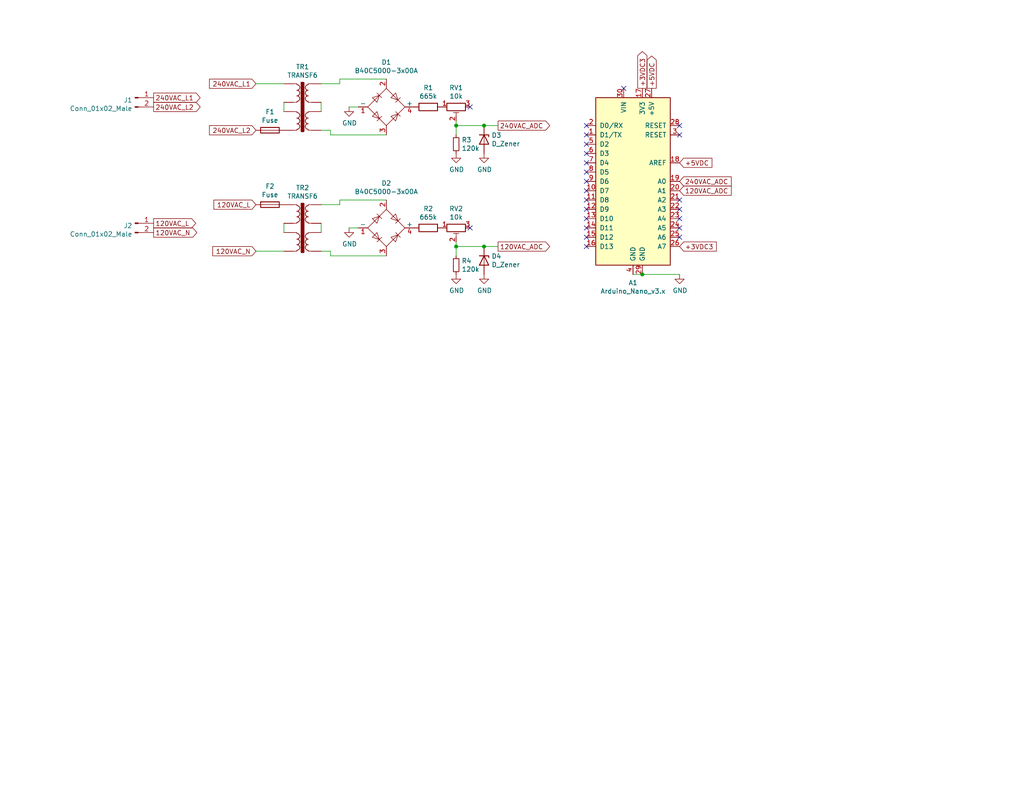
<source format=kicad_sch>
(kicad_sch (version 20231120) (generator "eeschema") (generator_version "8.0")
  (paper "USLetter")
  (title_block (title "Voltage Monitor") (date "2023-01-16") (rev "3.1") (company "Long Wavelength Array"))
  (lib_symbols
    (symbol "Device:D_Zener" (pin_numbers hide) (pin_names (offset 1.016) hide)
      (property "Reference" "D" (at 0 2.54 0))
      (property "Value" "D_Zener" (at 0 -2.54 0))
      (symbol "D_Zener_0_1"
        (polyline (pts (xy 1.27 0) (xy -1.27 0)))
        (polyline (pts (xy -1.27 -1.27) (xy -1.27 1.27) (xy -0.762 1.27)) (stroke (width 0.254)))
        (polyline (pts (xy 1.27 -1.27) (xy 1.27 1.27) (xy -1.27 0) (xy 1.27 -1.27)) (stroke (width 0.254)))
      )
      (symbol "D_Zener_1_1"
        (pin passive line (at -3.81 0 0) (length 2.54) (name "K") (number "1"))
        (pin passive line (at 3.81 0 180) (length 2.54) (name "A") (number "2"))
      )
    )
    (symbol "Device:Fuse" (pin_numbers hide) (pin_names (offset 0))
      (property "Reference" "F" (at 2.032 0 90))
      (property "Value" "Fuse" (at -1.905 0 90))
      (symbol "Fuse_0_1"
        (rectangle (start -0.762 -2.54) (end 0.762 2.54) (stroke (width 0.254)))
        (polyline (pts (xy 0 2.54) (xy 0 -2.54)))
      )
      (symbol "Fuse_1_1"
        (pin passive line (at 0 3.81 270) (length 1.27) (name "~") (number "1"))
        (pin passive line (at 0 -3.81 90) (length 1.27) (name "~") (number "2"))
      )
    )
    (symbol "Device:R" (pin_numbers hide) (pin_names (offset 0))
      (property "Reference" "R" (at 2.032 0 90))
      (property "Value" "R" (at 0 0 90))
      (symbol "R_0_1"
        (rectangle (start -1.016 -2.54) (end 1.016 2.54) (stroke (width 0.254)))
      )
      (symbol "R_1_1"
        (pin passive line (at 0 3.81 270) (length 1.27) (name "~") (number "1"))
        (pin passive line (at 0 -3.81 90) (length 1.27) (name "~") (number "2"))
      )
    )
    (symbol "Device:R_Small" (pin_numbers hide) (pin_names (offset 0.254) hide)
      (property "Reference" "R" (at 0.762 0.508 0))
      (property "Value" "R_Small" (at 0.762 -1.016 0))
      (symbol "R_Small_0_1"
        (rectangle (start -0.762 1.778) (end 0.762 -1.778) (stroke (width 0.2032)))
      )
      (symbol "R_Small_1_1"
        (pin passive line (at 0 2.54 270) (length 0.762) (name "~") (number "1"))
        (pin passive line (at 0 -2.54 90) (length 0.762) (name "~") (number "2"))
      )
    )
    (symbol "Diode_Bridge:B40C5000-3x00A" (pin_names (offset 0))
      (property "Reference" "D" (at 2.54 6.985 0))
      (property "Value" "B40C5000-3x00A" (at 2.54 5.08 0))
      (symbol "B40C5000-3x00A_0_1"
        (polyline (pts (xy -2.54 3.81) (xy -1.27 2.54)))
        (polyline (pts (xy -1.27 -2.54) (xy -2.54 -3.81)))
        (polyline (pts (xy 2.54 -1.27) (xy 3.81 -2.54)))
        (polyline (pts (xy 2.54 1.27) (xy 3.81 2.54)))
        (polyline (pts (xy -3.81 2.54) (xy -2.54 1.27) (xy -1.905 3.175) (xy -3.81 2.54)))
        (polyline (pts (xy -2.54 -1.27) (xy -3.81 -2.54) (xy -1.905 -3.175) (xy -2.54 -1.27)))
        (polyline (pts (xy 1.27 2.54) (xy 2.54 3.81) (xy 3.175 1.905) (xy 1.27 2.54)))
        (polyline (pts (xy 3.175 -1.905) (xy 1.27 -2.54) (xy 2.54 -3.81) (xy 3.175 -1.905)))
        (polyline (pts (xy -5.08 0) (xy 0 -5.08) (xy 5.08 0) (xy 0 5.08) (xy -5.08 0)))
      )
      (symbol "B40C5000-3x00A_1_1"
        (pin passive line (at -7.62 0 0) (length 2.54) (name "-") (number "1"))
        (pin passive line (at 0 7.62 270) (length 2.54) (name "~") (number "2"))
        (pin passive line (at 0 -7.62 90) (length 2.54) (name "~") (number "3"))
        (pin passive line (at 7.62 0 180) (length 2.54) (name "+") (number "4"))
      )
    )
    (symbol "Transformer:TRANSF6" (pin_numbers hide) (pin_names (offset 0))
      (property "Reference" "TR" (at 0 10.16 0))
      (property "Value" "TRANSF6" (at 0 -7.62 0))
      (symbol "TRANSF6_0_1"
        (arc (start -1.524 -4.826) (mid -0.7653 -4.064) (end -1.524 -3.302) (stroke (width 0.2032)))
        (arc (start -1.524 -3.302) (mid -0.7653 -2.54) (end -1.524 -1.778) (stroke (width 0.2032)))
        (arc (start -1.524 -1.778) (mid -0.7653 -1.016) (end -1.524 -0.254) (stroke (width 0.2032)))
        (arc (start -1.524 2.794) (mid -0.7653 3.556) (end -1.524 4.318) (stroke (width 0.2032)))
        (arc (start -1.524 4.318) (mid -0.7653 5.08) (end -1.524 5.842) (stroke (width 0.2032)))
        (arc (start -1.524 5.842) (mid -0.7653 6.604) (end -1.524 7.366) (stroke (width 0.2032)))
        (rectangle (start -0.254 7.874) (end 0.254 -5.334) (stroke (width 0.508)) (fill (type outline)))
        (polyline (pts (xy 1.524 -4.826) (xy 1.524 -5.08) (xy 1.524 -5.08)) (fill (type outline)))
        (polyline (pts (xy 1.524 0) (xy 1.524 -0.254) (xy 1.524 -0.254)) (fill (type outline)))
        (polyline (pts (xy 1.524 0) (xy 2.54 0) (xy 2.54 0)))
        (polyline (pts (xy 1.524 2.54) (xy 1.524 2.794) (xy 1.524 2.794)) (fill (type outline)))
        (polyline (pts (xy 1.524 2.54) (xy 2.54 2.54) (xy 2.54 2.54)))
        (polyline (pts (xy 1.524 7.62) (xy 1.524 7.366) (xy 1.524 7.366)) (fill (type outline)))
        (polyline (pts (xy 1.524 7.62) (xy 2.54 7.62) (xy 2.54 7.62)))
        (polyline (pts (xy 2.54 -5.08) (xy 1.524 -5.08) (xy 1.524 -5.08)))
        (polyline (pts (xy -1.524 -4.826) (xy -1.524 -5.08) (xy -2.54 -5.08) (xy -2.54 -5.08)))
        (polyline (pts (xy -1.524 -0.254) (xy -1.524 0) (xy -2.54 0) (xy -2.54 0)))
        (polyline (pts (xy -1.524 2.794) (xy -1.524 2.54) (xy -2.54 2.54) (xy -2.54 2.54)))
        (polyline (pts (xy -1.524 7.366) (xy -1.524 7.62) (xy -2.54 7.62) (xy -2.54 7.62)))
        (arc (start 1.524 -3.302) (mid 0.7653 -4.064) (end 1.524 -4.826) (stroke (width 0.2032)))
        (arc (start 1.524 -1.778) (mid 0.7653 -2.54) (end 1.524 -3.302) (stroke (width 0.2032)))
        (arc (start 1.524 -0.254) (mid 0.7653 -1.016) (end 1.524 -1.778) (stroke (width 0.2032)))
        (arc (start 1.524 4.318) (mid 0.7653 3.556) (end 1.524 2.794) (stroke (width 0.2032)))
        (arc (start 1.524 5.842) (mid 0.7653 5.08) (end 1.524 4.318) (stroke (width 0.2032)))
        (arc (start 1.524 7.366) (mid 0.7653 6.604) (end 1.524 5.842) (stroke (width 0.2032)))
      )
      (symbol "TRANSF6_1_1"
        (pin passive line (at -5.08 7.62 0) (length 2.54) (name "~") (number "1"))
        (pin passive line (at -5.08 2.54 0) (length 2.54) (name "~") (number "2"))
        (pin passive line (at -5.08 0 0) (length 2.54) (name "~") (number "3"))
        (pin passive line (at -5.08 -5.08 0) (length 2.54) (name "~") (number "4"))
        (pin passive line (at 5.08 -5.08 180) (length 2.54) (name "~") (number "5"))
        (pin passive line (at 5.08 0 180) (length 2.54) (name "~") (number "6"))
        (pin passive line (at 5.08 2.54 180) (length 2.54) (name "~") (number "7"))
        (pin passive line (at 5.08 7.62 180) (length 2.54) (name "~") (number "8"))
      )
    )
    (symbol "VoltageMeter-rescue:Arduino_Nano_v3.x-MCU_Module" (pin_names (offset 1.016))
      (property "Reference" "A" (at -5.08 26.035 0))
      (property "Value" "Arduino_Nano_v3.x-MCU_Module" (at -5.08 24.13 0))
      (symbol "Arduino_Nano_v3.x-MCU_Module_0_1"
        (rectangle (start -10.16 22.86) (end 10.16 -22.86) (stroke (width 0.254)) (fill (type background)))
      )
      (symbol "Arduino_Nano_v3.x-MCU_Module_1_1"
        (pin bidirectional line (at -12.7 12.7 0) (length 2.54) (name "D1/TX") (number "1"))
        (pin bidirectional line (at -12.7 -2.54 0) (length 2.54) (name "D7") (number "10"))
        (pin bidirectional line (at -12.7 -5.08 0) (length 2.54) (name "D8") (number "11"))
        (pin bidirectional line (at -12.7 -7.62 0) (length 2.54) (name "D9") (number "12"))
        (pin bidirectional line (at -12.7 -10.16 0) (length 2.54) (name "D10") (number "13"))
        (pin bidirectional line (at -12.7 -12.7 0) (length 2.54) (name "D11") (number "14"))
        (pin bidirectional line (at -12.7 -15.24 0) (length 2.54) (name "D12") (number "15"))
        (pin bidirectional line (at -12.7 -17.78 0) (length 2.54) (name "D13") (number "16"))
        (pin power_out line (at 2.54 25.4 270) (length 2.54) (name "3V3") (number "17"))
        (pin input line (at 12.7 5.08 180) (length 2.54) (name "AREF") (number "18"))
        (pin bidirectional line (at 12.7 0 180) (length 2.54) (name "A0") (number "19"))
        (pin bidirectional line (at -12.7 15.24 0) (length 2.54) (name "D0/RX") (number "2"))
        (pin bidirectional line (at 12.7 -2.54 180) (length 2.54) (name "A1") (number "20"))
        (pin bidirectional line (at 12.7 -5.08 180) (length 2.54) (name "A2") (number "21"))
        (pin bidirectional line (at 12.7 -7.62 180) (length 2.54) (name "A3") (number "22"))
        (pin bidirectional line (at 12.7 -10.16 180) (length 2.54) (name "A4") (number "23"))
        (pin bidirectional line (at 12.7 -12.7 180) (length 2.54) (name "A5") (number "24"))
        (pin bidirectional line (at 12.7 -15.24 180) (length 2.54) (name "A6") (number "25"))
        (pin bidirectional line (at 12.7 -17.78 180) (length 2.54) (name "A7") (number "26"))
        (pin power_out line (at 5.08 25.4 270) (length 2.54) (name "+5V") (number "27"))
        (pin input line (at 12.7 15.24 180) (length 2.54) (name "RESET") (number "28"))
        (pin power_in line (at 2.54 -25.4 90) (length 2.54) (name "GND") (number "29"))
        (pin input line (at 12.7 12.7 180) (length 2.54) (name "RESET") (number "3"))
        (pin power_in line (at -2.54 25.4 270) (length 2.54) (name "VIN") (number "30"))
        (pin power_in line (at 0 -25.4 90) (length 2.54) (name "GND") (number "4"))
        (pin bidirectional line (at -12.7 10.16 0) (length 2.54) (name "D2") (number "5"))
        (pin bidirectional line (at -12.7 7.62 0) (length 2.54) (name "D3") (number "6"))
        (pin bidirectional line (at -12.7 5.08 0) (length 2.54) (name "D4") (number "7"))
        (pin bidirectional line (at -12.7 2.54 0) (length 2.54) (name "D5") (number "8"))
        (pin bidirectional line (at -12.7 0 0) (length 2.54) (name "D6") (number "9"))
      )
    )
    (symbol "VoltageMeter-rescue:Conn_01x02_Male-Connector" (pin_names (offset 1.016) hide)
      (property "Reference" "J" (at 0 2.54 0))
      (property "Value" "Connector_Conn_01x02_Male" (at 0 -5.08 0))
      (symbol "Conn_01x02_Male-Connector_1_1"
        (polyline (pts (xy 1.27 -2.54) (xy 0.8636 -2.54)) (stroke (width 0.1524)))
        (polyline (pts (xy 1.27 0) (xy 0.8636 0)) (stroke (width 0.1524)))
        (rectangle (start 0.8636 -2.413) (end 0 -2.667) (stroke (width 0.1524)) (fill (type outline)))
        (rectangle (start 0.8636 0.127) (end 0 -0.127) (stroke (width 0.1524)) (fill (type outline)))
        (pin passive line (at 5.08 0 180) (length 3.81) (name "Pin_1") (number "1"))
        (pin passive line (at 5.08 -2.54 180) (length 3.81) (name "Pin_2") (number "2"))
      )
    )
    (symbol "VoltageMeter-rescue:GND-power" (power) (pin_names (offset 0))
      (property "Value" "power_GND" (at 0 -3.81 0))
      (symbol "GND-power_0_1"
        (polyline (pts (xy 0 0) (xy 0 -1.27) (xy 1.27 -1.27) (xy 0 -2.54) (xy -1.27 -1.27) (xy 0 -1.27)))
      )
      (symbol "GND-power_1_1"
        (pin power_in line (at 0 0 270) (length 0) hide (name "GND") (number "1"))
      )
    )
    (symbol "VoltageMeter-rescue:R_POT_TRIM-Device" (pin_names (offset 1.016) hide)
      (property "Reference" "RV" (at -4.445 0 90))
      (property "Value" "Device_R_POT_TRIM" (at -2.54 0 90))
      (symbol "R_POT_TRIM-Device_0_1"
        (polyline (pts (xy 1.524 0.762) (xy 1.524 -0.762)))
        (polyline (pts (xy 2.54 0) (xy 1.524 0)))
        (rectangle (start 1.016 2.54) (end -1.016 -2.54) (stroke (width 0.254)))
      )
      (symbol "R_POT_TRIM-Device_1_1"
        (pin passive line (at 0 3.81 270) (length 1.27) (name "1") (number "1"))
        (pin passive line (at 3.81 0 180) (length 1.27) (name "2") (number "2"))
        (pin passive line (at 0 -3.81 90) (length 1.27) (name "3") (number "3"))
      )
    )
  )
  (junction (at 175.26 74.93))
  (junction (at 132.08 34.29))
  (junction (at 124.46 34.29))
  (junction (at 124.46 67.31))
  (junction (at 132.08 67.31))
  (no_connect (at 160.02 44.45))
  (no_connect (at 185.42 62.23))
  (no_connect (at 128.27 62.23))
  (no_connect (at 185.42 57.15))
  (no_connect (at 185.42 59.69))
  (no_connect (at 160.02 54.61))
  (no_connect (at 170.18 24.13))
  (no_connect (at 160.02 46.99))
  (no_connect (at 160.02 49.53))
  (no_connect (at 160.02 39.37))
  (no_connect (at 160.02 59.69))
  (no_connect (at 128.27 29.21))
  (no_connect (at 160.02 52.07))
  (no_connect (at 185.42 64.77))
  (no_connect (at 160.02 36.83))
  (no_connect (at 160.02 62.23))
  (no_connect (at 185.42 54.61))
  (no_connect (at 160.02 64.77))
  (no_connect (at 160.02 67.31))
  (no_connect (at 185.42 34.29))
  (no_connect (at 160.02 57.15))
  (no_connect (at 160.02 34.29))
  (no_connect (at 160.02 41.91))
  (no_connect (at 185.42 36.83))
  (wire (pts (xy 132.08 67.31) (xy 135.89 67.31)))
  (wire (pts (xy 92.71 54.61) (xy 105.41 54.61)))
  (wire (pts (xy 124.46 66.04) (xy 124.46 67.31)))
  (wire (pts (xy 90.17 35.56) (xy 87.63 35.56)))
  (wire (pts (xy 90.17 69.85) (xy 105.41 69.85)))
  (wire (pts (xy 90.17 36.83) (xy 105.41 36.83)))
  (wire (pts (xy 124.46 67.31) (xy 124.46 69.85)))
  (wire (pts (xy 92.71 21.59) (xy 105.41 21.59)))
  (wire (pts (xy 124.46 34.29) (xy 124.46 36.83)))
  (wire (pts (xy 87.63 55.88) (xy 92.71 55.88)))
  (wire (pts (xy 92.71 22.86) (xy 92.71 21.59)))
  (wire (pts (xy 172.72 74.93) (xy 175.26 74.93)))
  (wire (pts (xy 90.17 35.56) (xy 90.17 36.83)))
  (wire (pts (xy 92.71 55.88) (xy 92.71 54.61)))
  (wire (pts (xy 124.46 33.02) (xy 124.46 34.29)))
  (wire (pts (xy 175.26 74.93) (xy 185.42 74.93)))
  (wire (pts (xy 77.47 60.96) (xy 77.47 63.5)))
  (wire (pts (xy 124.46 67.31) (xy 132.08 67.31)))
  (wire (pts (xy 87.63 22.86) (xy 92.71 22.86)))
  (wire (pts (xy 87.63 27.94) (xy 87.63 30.48)))
  (wire (pts (xy 87.63 60.96) (xy 87.63 63.5)))
  (wire (pts (xy 90.17 68.58) (xy 87.63 68.58)))
  (wire (pts (xy 132.08 34.29) (xy 135.89 34.29)))
  (wire (pts (xy 95.25 62.23) (xy 97.79 62.23)))
  (wire (pts (xy 124.46 34.29) (xy 132.08 34.29)))
  (wire (pts (xy 90.17 68.58) (xy 90.17 69.85)))
  (wire (pts (xy 95.25 29.21) (xy 97.79 29.21)))
  (wire (pts (xy 69.85 68.58) (xy 77.47 68.58)))
  (wire (pts (xy 77.47 27.94) (xy 77.47 30.48)))
  (wire (pts (xy 69.85 22.86) (xy 77.47 22.86)))
  (global_label "240VAC_L1" (shape input) (at 69.85 22.86 180) (property "Intersheetrefs" "${INTERSHEET_REFS}" (effects (hide yes))))
  (global_label "120VAC_N" (shape input) (at 69.85 68.58 180) (property "Intersheetrefs" "${INTERSHEET_REFS}" (effects (hide yes))))
  (global_label "120VAC_L" (shape output) (at 41.91 60.96 0) (property "Intersheetrefs" "${INTERSHEET_REFS}" (effects (hide yes))))
  (global_label "120VAC_ADC" (shape input) (at 185.42 52.07 0) (property "Intersheetrefs" "${INTERSHEET_REFS}" (effects (hide yes))))
  (global_label "+3VDC3" (shape input) (at 185.42 67.31 0) (property "Intersheetrefs" "${INTERSHEET_REFS}" (effects (hide yes))))
  (global_label "240VAC_ADC" (shape output) (at 135.89 34.29 0) (property "Intersheetrefs" "${INTERSHEET_REFS}" (effects (hide yes))))
  (global_label "120VAC_N" (shape output) (at 41.91 63.5 0) (property "Intersheetrefs" "${INTERSHEET_REFS}" (effects (hide yes))))
  (global_label "240VAC_ADC" (shape input) (at 185.42 49.53 0) (property "Intersheetrefs" "${INTERSHEET_REFS}" (effects (hide yes))))
  (global_label "+5VDC" (shape output) (at 177.8 24.13 90) (property "Intersheetrefs" "${INTERSHEET_REFS}" (effects (hide yes))))
  (global_label "+5VDC" (shape input) (at 185.42 44.45 0) (property "Intersheetrefs" "${INTERSHEET_REFS}" (effects (hide yes))))
  (global_label "240VAC_L1" (shape output) (at 41.91 26.67 0) (property "Intersheetrefs" "${INTERSHEET_REFS}" (effects (hide yes))))
  (global_label "+3VDC3" (shape output) (at 175.26 24.13 90) (property "Intersheetrefs" "${INTERSHEET_REFS}" (effects (hide yes))))
  (global_label "240VAC_L2" (shape input) (at 69.85 35.56 180) (property "Intersheetrefs" "${INTERSHEET_REFS}" (effects (hide yes))))
  (global_label "240VAC_L2" (shape output) (at 41.91 29.21 0) (property "Intersheetrefs" "${INTERSHEET_REFS}" (effects (hide yes))))
  (global_label "120VAC_ADC" (shape output) (at 135.89 67.31 0) (property "Intersheetrefs" "${INTERSHEET_REFS}" (effects (hide yes))))
  (global_label "120VAC_L" (shape input) (at 69.85 55.88 180) (property "Intersheetrefs" "${INTERSHEET_REFS}" (effects (hide yes))))
  (symbol (lib_id "Transformer:TRANSF6") (at 82.55 30.48 0) (unit 1)
    (property "Reference" "TR1" (at 82.55 18.2372 0))
    (property "Value" "TRANSF6" (at 82.55 20.5486 0))
    (property "Footprint" "VoltageMeter:4900-XXXXRA60" (effects (hide yes)))
    (property "Datasheet" "https://www.mouser.com/ProductDetail/TE-Connectivity-PB/4900-9020RA60?qs=s6DiDDoRpTaIKVSyl3U6TQ%3D%3D" (effects (hide yes)))
    (property "Description" "Power Transformers 115/230 VAC 1.1VA" (effects (hide yes)))
  )
  (symbol (lib_id "Transformer:TRANSF6") (at 82.55 63.5 0) (unit 1)
    (property "Reference" "TR2" (at 82.55 51.2572 0))
    (property "Value" "TRANSF6" (at 82.55 53.5686 0))
    (property "Footprint" "VoltageMeter:4900-XXXXRA60" (effects (hide yes)))
    (property "Datasheet" "https://www.mouser.com/ProductDetail/TE-Connectivity-PB/4900-9020RA60?qs=s6DiDDoRpTaIKVSyl3U6TQ%3D%3D" (effects (hide yes)))
    (property "Description" "Power Transformers 115/230 VAC 1.1VA" (effects (hide yes)))
  )
  (symbol (lib_id "Diode_Bridge:B40C5000-3x00A") (at 105.41 29.21 0) (unit 1)
    (property "Reference" "D1" (at 105.41 16.9926 0))
    (property "Value" "B40C5000-3x00A" (at 105.41 19.304 0))
    (property "Footprint" "Diode_THT:Diode_Bridge_Vishay_GBL" (effects (hide yes)))
    (property "Datasheet" "https://diotec.com/tl_files/diotec/files/pdf/datasheets/b40c500033" (effects (hide yes)))
  )
  (symbol (lib_id "Diode_Bridge:B40C5000-3x00A") (at 105.41 62.23 0) (unit 1)
    (property "Reference" "D2" (at 105.41 50.0126 0))
    (property "Value" "B40C5000-3x00A" (at 105.41 52.324 0))
    (property "Footprint" "Diode_THT:Diode_Bridge_Vishay_GBL" (effects (hide yes)))
    (property "Datasheet" "https://diotec.com/tl_files/diotec/files/pdf/datasheets/b40c500033" (effects (hide yes)))
  )
  (symbol (lib_id "VoltageMeter-rescue:Arduino_Nano_v3.x-MCU_Module") (at 172.72 49.53 0) (unit 1)
    (property "Reference" "A1" (at 172.72 77.1906 0))
    (property "Value" "Arduino_Nano_v3.x" (at 172.72 79.502 0))
    (property "Footprint" "VoltageMeter:Arduino_Nano" (effects (hide yes)))
    (property "Datasheet" "http://www.mouser.com/pdfdocs/Gravitech_Arduino_Nano3_0.pdf" (effects (hide yes)))
  )
  (symbol (lib_id "VoltageMeter-rescue:R_POT_TRIM-Device") (at 124.46 62.23 90) (mirror x) (unit 1)
    (property "Reference" "RV2" (at 124.46 56.9722 90))
    (property "Value" "10k" (at 124.46 59.2836 90))
    (property "Footprint" "Potentiometer_THT:Potentiometer_Piher_PT-15-H05_Horizontal" (effects (hide yes)))
  )
  (symbol (lib_id "VoltageMeter-rescue:Conn_01x02_Male-Connector") (at 36.83 26.67 0) (unit 1)
    (property "Reference" "J1" (at 36.1188 27.3304 0) (effects (justify right)))
    (property "Value" "Conn_01x02_Male" (at 36.1188 29.6418 0) (effects (justify right)))
    (property "Footprint" "TerminalBlock_Phoenix:TerminalBlock_Phoenix_PT-1,5-2-5.0-H_1x02_P5.00mm_Horizontal" (effects (hide yes)))
  )
  (symbol (lib_id "VoltageMeter-rescue:Conn_01x02_Male-Connector") (at 36.83 60.96 0) (unit 1)
    (property "Reference" "J2" (at 36.1188 61.6204 0) (effects (justify right)))
    (property "Value" "Conn_01x02_Male" (at 36.1188 63.9318 0) (effects (justify right)))
    (property "Footprint" "TerminalBlock_Phoenix:TerminalBlock_Phoenix_PT-1,5-2-5.0-H_1x02_P5.00mm_Horizontal" (effects (hide yes)))
  )
  (symbol (lib_id "Device:R_Small") (at 124.46 39.37 0) (unit 1)
    (property "Reference" "R3" (at 125.9586 38.2016 0) (effects (justify left)))
    (property "Value" "120k" (at 125.9586 40.513 0) (effects (justify left)))
    (property "Footprint" "Resistor_THT:R_Axial_DIN0207_L6.3mm_D2.5mm_P10.16mm_Horizontal" (effects (hide yes)))
  )
  (symbol (lib_id "VoltageMeter-rescue:R_POT_TRIM-Device") (at 124.46 29.21 90) (mirror x) (unit 1)
    (property "Reference" "RV1" (at 124.46 23.9522 90))
    (property "Value" "10k" (at 124.46 26.2636 90))
    (property "Footprint" "Potentiometer_THT:Potentiometer_Piher_PT-15-H05_Horizontal" (effects (hide yes)))
  )
  (symbol (lib_id "Device:R_Small") (at 124.46 72.39 0) (unit 1)
    (property "Reference" "R4" (at 125.9586 71.2216 0) (effects (justify left)))
    (property "Value" "120k" (at 125.9586 73.533 0) (effects (justify left)))
    (property "Footprint" "Resistor_THT:R_Axial_DIN0207_L6.3mm_D2.5mm_P10.16mm_Horizontal" (effects (hide yes)))
  )
  (symbol (lib_id "Device:Fuse") (at 73.66 35.56 270) (unit 1)
    (property "Reference" "F1" (at 73.66 30.5562 90))
    (property "Value" "Fuse" (at 73.66 32.8676 90))
    (property "Footprint" "Fuse:Fuse_Littelfuse-LVR100" (effects (hide yes)))
  )
  (symbol (lib_id "Device:Fuse") (at 73.66 55.88 90) (unit 1)
    (property "Reference" "F2" (at 73.66 50.8762 90))
    (property "Value" "Fuse" (at 73.66 53.1876 90))
    (property "Footprint" "Fuse:Fuse_Littelfuse-LVR100" (effects (hide yes)))
  )
  (symbol (lib_id "Device:R") (at 116.84 29.21 270) (unit 1)
    (property "Reference" "R1" (at 116.84 23.9522 90))
    (property "Value" "665k" (at 116.84 26.2636 90))
    (property "Footprint" "Resistor_THT:R_Axial_DIN0207_L6.3mm_D2.5mm_P10.16mm_Horizontal" (effects (hide yes)))
  )
  (symbol (lib_id "Device:R") (at 116.84 62.23 270) (unit 1)
    (property "Reference" "R2" (at 116.84 56.9722 90))
    (property "Value" "665k" (at 116.84 59.2836 90))
    (property "Footprint" "Resistor_THT:R_Axial_DIN0207_L6.3mm_D2.5mm_P10.16mm_Horizontal" (effects (hide yes)))
  )
  (symbol (lib_id "Device:D_Zener") (at 132.08 38.1 270) (unit 1)
    (property "Reference" "D3" (at 134.112 36.9316 90) (effects (justify left)))
    (property "Value" "D_Zener" (at 134.112 39.243 90) (effects (justify left)))
  )
  (symbol (lib_id "Device:D_Zener") (at 132.08 71.12 270) (unit 1)
    (property "Reference" "D4" (at 134.112 69.9516 90) (effects (justify left)))
    (property "Value" "D_Zener" (at 134.112 72.263 90) (effects (justify left)))
  )
  (symbol (lib_id "VoltageMeter-rescue:GND-power") (at 124.46 41.91 0) (unit 1)
    (property "Reference" "#PWR02" (effects (hide yes)))
    (property "Value" "GND" (at 124.587 46.3042 0))
  )
  (symbol (lib_id "VoltageMeter-rescue:GND-power") (at 132.08 41.91 0) (unit 1)
    (property "Reference" "#PWR03" (effects (hide yes)))
    (property "Value" "GND" (at 132.207 46.3042 0))
  )
  (symbol (lib_id "VoltageMeter-rescue:GND-power") (at 132.08 74.93 0) (unit 1)
    (property "Reference" "#PWR06" (effects (hide yes)))
    (property "Value" "GND" (at 132.207 79.3242 0))
  )
  (symbol (lib_id "VoltageMeter-rescue:GND-power") (at 124.46 74.93 0) (unit 1)
    (property "Reference" "#PWR05" (effects (hide yes)))
    (property "Value" "GND" (at 124.587 79.3242 0))
  )
  (symbol (lib_id "VoltageMeter-rescue:GND-power") (at 185.42 74.93 0) (unit 1)
    (property "Reference" "#PWR07" (effects (hide yes)))
    (property "Value" "GND" (at 185.547 79.3242 0))
  )
  (symbol (lib_id "VoltageMeter-rescue:GND-power") (at 95.25 29.21 0) (unit 1)
    (property "Reference" "#PWR01" (effects (hide yes)))
    (property "Value" "GND" (at 95.377 33.6042 0))
  )
  (symbol (lib_id "VoltageMeter-rescue:GND-power") (at 95.25 62.23 0) (unit 1)
    (property "Reference" "#PWR04" (effects (hide yes)))
    (property "Value" "GND" (at 95.377 66.6242 0))
  )
)
</source>
